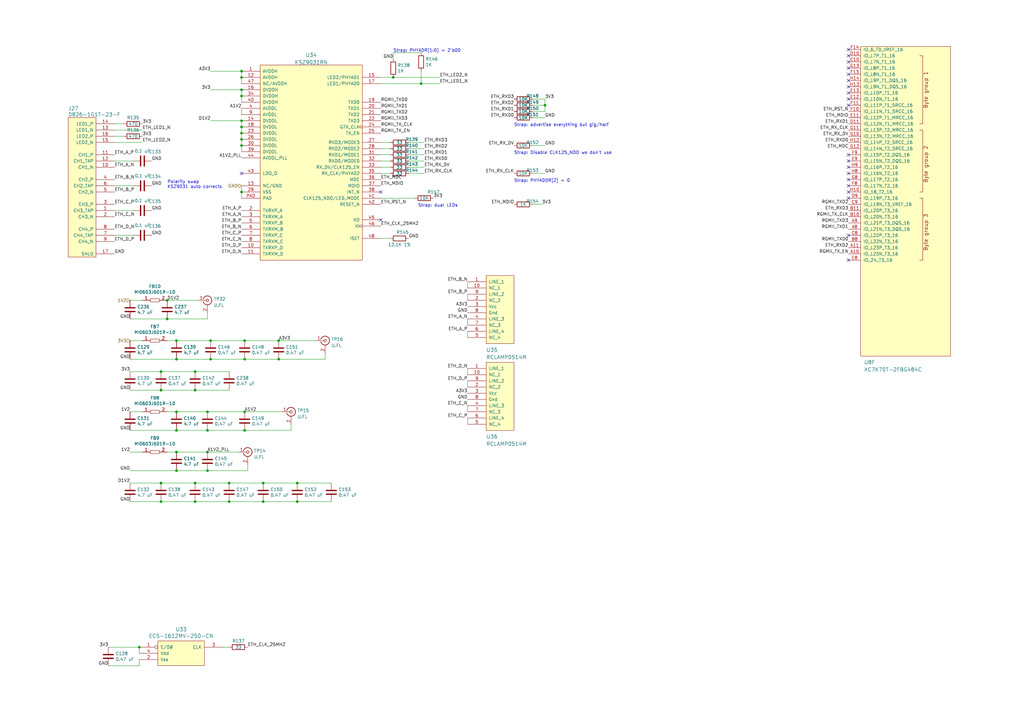
<source format=kicad_sch>
(kicad_sch (version 20211123) (generator eeschema)
  (paper "A3")
  (title_block (title "Trigger Crossbar") (date "2023-12-25") (rev "0.1") (company "Antikernel Labs") (comment 1 "Andrew D. Zonenberg"))
  (junction (at 121.92 198.12))
  (junction (at 114.3 139.7))
  (junction (at 85.09 193.04))
  (junction (at 107.95 198.12))
  (junction (at 68.58 130.81))
  (junction (at 68.58 123.19))
  (junction (at 99.06 78.74))
  (junction (at 99.06 59.69))
  (junction (at 72.39 147.32))
  (junction (at 86.36 147.32))
  (junction (at 80.01 205.74))
  (junction (at 66.04 198.12))
  (junction (at 72.39 176.53))
  (junction (at 85.09 168.91))
  (junction (at 93.98 198.12))
  (junction (at 66.04 205.74))
  (junction (at 223.52 43.18))
  (junction (at 80.01 160.02))
  (junction (at 99.06 29.21))
  (junction (at 99.06 49.53))
  (junction (at 66.04 152.4))
  (junction (at 100.33 147.32))
  (junction (at 99.06 52.07))
  (junction (at 80.01 198.12))
  (junction (at 161.29 31.75))
  (junction (at 72.39 193.04))
  (junction (at 72.39 139.7))
  (junction (at 121.92 205.74))
  (junction (at 107.95 205.74))
  (junction (at 72.39 168.91))
  (junction (at 85.09 176.53))
  (junction (at 100.33 176.53))
  (junction (at 100.33 168.91))
  (junction (at 99.06 31.75))
  (junction (at 99.06 36.83))
  (junction (at 99.06 57.15))
  (junction (at 99.06 39.37))
  (junction (at 93.98 205.74))
  (junction (at 57.15 265.43))
  (junction (at 80.01 152.4))
  (junction (at 86.36 139.7))
  (junction (at 72.39 185.42))
  (junction (at 66.04 160.02))
  (junction (at 100.33 139.7))
  (junction (at 99.06 54.61))
  (junction (at 172.72 34.29))
  (junction (at 114.3 147.32))
  (junction (at 85.09 185.42))
  (no_connect (at 347.98 66.04))
  (no_connect (at 347.98 20.32))
  (no_connect (at 99.06 71.12))
  (no_connect (at 347.98 25.4))
  (no_connect (at 347.98 40.64))
  (no_connect (at 347.98 71.12))
  (no_connect (at 347.98 35.56))
  (no_connect (at 347.98 38.1))
  (no_connect (at 347.98 33.02))
  (no_connect (at 347.98 81.28))
  (no_connect (at 347.98 76.2))
  (no_connect (at 347.98 78.74))
  (no_connect (at 347.98 27.94))
  (no_connect (at 347.98 30.48))
  (no_connect (at 156.21 90.17))
  (no_connect (at 347.98 96.52))
  (no_connect (at 347.98 73.66))
  (no_connect (at 347.98 106.68))
  (no_connect (at 156.21 78.74))
  (no_connect (at 347.98 68.58))
  (no_connect (at 347.98 43.18))
  (no_connect (at 347.98 22.86))
  (no_connect (at 347.98 63.5))
  (wire (pts (xy 223.52 45.72) (xy 223.52 43.18)))
  (wire (pts (xy 99.06 52.07) (xy 99.06 54.61)))
  (wire (pts (xy 114.3 147.32) (xy 133.35 147.32)))
  (wire (pts (xy 86.36 139.7) (xy 72.39 139.7)))
  (wire (pts (xy 114.3 139.7) (xy 100.33 139.7)))
  (wire (pts (xy 86.36 29.21) (xy 99.06 29.21)))
  (wire (pts (xy 191.77 151.13) (xy 191.77 153.67)))
  (wire (pts (xy 160.02 63.5) (xy 156.21 63.5)))
  (wire (pts (xy 99.06 49.53) (xy 99.06 52.07)))
  (wire (pts (xy 107.95 198.12) (xy 93.98 198.12)))
  (wire (pts (xy 85.09 176.53) (xy 100.33 176.53)))
  (wire (pts (xy 167.64 63.5) (xy 173.99 63.5)))
  (wire (pts (xy 191.77 166.37) (xy 191.77 168.91)))
  (wire (pts (xy 114.3 139.7) (xy 129.54 139.7)))
  (wire (pts (xy 80.01 198.12) (xy 66.04 198.12)))
  (wire (pts (xy 161.29 24.13) (xy 161.29 21.59)))
  (wire (pts (xy 66.04 160.02) (xy 80.01 160.02)))
  (wire (pts (xy 100.33 176.53) (xy 119.38 176.53)))
  (wire (pts (xy 46.99 50.8) (xy 50.8 50.8)))
  (wire (pts (xy 86.36 36.83) (xy 99.06 36.83)))
  (wire (pts (xy 46.99 53.34) (xy 58.42 53.34)))
  (wire (pts (xy 99.06 57.15) (xy 99.06 59.69)))
  (wire (pts (xy 133.35 147.32) (xy 133.35 144.78)))
  (wire (pts (xy 223.52 59.69) (xy 218.44 59.69)))
  (wire (pts (xy 119.38 176.53) (xy 119.38 173.99)))
  (wire (pts (xy 46.99 58.42) (xy 58.42 58.42)))
  (wire (pts (xy 223.52 43.18) (xy 223.52 40.64)))
  (wire (pts (xy 58.42 185.42) (xy 53.34 185.42)))
  (wire (pts (xy 218.44 40.64) (xy 223.52 40.64)))
  (wire (pts (xy 99.06 54.61) (xy 99.06 57.15)))
  (wire (pts (xy 72.39 176.53) (xy 85.09 176.53)))
  (wire (pts (xy 191.77 115.57) (xy 191.77 118.11)))
  (wire (pts (xy 191.77 135.89) (xy 191.77 138.43)))
  (wire (pts (xy 99.06 78.74) (xy 99.06 81.28)))
  (wire (pts (xy 66.04 198.12) (xy 53.34 198.12)))
  (wire (pts (xy 93.98 265.43) (xy 91.44 265.43)))
  (wire (pts (xy 160.02 97.79) (xy 156.21 97.79)))
  (wire (pts (xy 85.09 168.91) (xy 72.39 168.91)))
  (wire (pts (xy 85.09 193.04) (xy 101.6 193.04)))
  (wire (pts (xy 54.61 76.2) (xy 46.99 76.2)))
  (wire (pts (xy 173.99 60.96) (xy 167.64 60.96)))
  (wire (pts (xy 156.21 31.75) (xy 161.29 31.75)))
  (wire (pts (xy 191.77 156.21) (xy 191.77 158.75)))
  (wire (pts (xy 223.52 71.12) (xy 218.44 71.12)))
  (wire (pts (xy 107.95 205.74) (xy 121.92 205.74)))
  (wire (pts (xy 99.06 76.2) (xy 99.06 78.74)))
  (wire (pts (xy 68.58 139.7) (xy 72.39 139.7)))
  (wire (pts (xy 53.34 152.4) (xy 66.04 152.4)))
  (wire (pts (xy 101.6 193.04) (xy 101.6 190.5)))
  (wire (pts (xy 66.04 205.74) (xy 80.01 205.74)))
  (wire (pts (xy 99.06 44.45) (xy 99.06 46.99)))
  (wire (pts (xy 223.52 48.26) (xy 218.44 48.26)))
  (wire (pts (xy 161.29 21.59) (xy 172.72 21.59)))
  (wire (pts (xy 72.39 168.91) (xy 68.58 168.91)))
  (wire (pts (xy 160.02 71.12) (xy 156.21 71.12)))
  (wire (pts (xy 100.33 139.7) (xy 86.36 139.7)))
  (wire (pts (xy 135.89 198.12) (xy 121.92 198.12)))
  (wire (pts (xy 54.61 96.52) (xy 46.99 96.52)))
  (wire (pts (xy 44.45 273.05) (xy 57.15 273.05)))
  (wire (pts (xy 53.34 130.81) (xy 68.58 130.81)))
  (wire (pts (xy 72.39 147.32) (xy 86.36 147.32)))
  (wire (pts (xy 191.77 130.81) (xy 191.77 133.35)))
  (wire (pts (xy 121.92 205.74) (xy 135.89 205.74)))
  (wire (pts (xy 85.09 130.81) (xy 85.09 128.27)))
  (wire (pts (xy 66.04 152.4) (xy 80.01 152.4)))
  (wire (pts (xy 44.45 265.43) (xy 57.15 265.43)))
  (wire (pts (xy 172.72 34.29) (xy 156.21 34.29)))
  (wire (pts (xy 160.02 60.96) (xy 156.21 60.96)))
  (wire (pts (xy 85.09 185.42) (xy 72.39 185.42)))
  (wire (pts (xy 85.09 185.42) (xy 97.79 185.42)))
  (wire (pts (xy 58.42 139.7) (xy 53.34 139.7)))
  (wire (pts (xy 99.06 59.69) (xy 99.06 62.23)))
  (wire (pts (xy 160.02 68.58) (xy 156.21 68.58)))
  (wire (pts (xy 53.34 147.32) (xy 72.39 147.32)))
  (wire (pts (xy 50.8 55.88) (xy 46.99 55.88)))
  (wire (pts (xy 180.34 31.75) (xy 161.29 31.75)))
  (wire (pts (xy 172.72 34.29) (xy 180.34 34.29)))
  (wire (pts (xy 218.44 45.72) (xy 223.52 45.72)))
  (wire (pts (xy 57.15 265.43) (xy 57.15 267.97)))
  (wire (pts (xy 99.06 39.37) (xy 99.06 41.91)))
  (wire (pts (xy 86.36 147.32) (xy 100.33 147.32)))
  (wire (pts (xy 173.99 71.12) (xy 167.64 71.12)))
  (wire (pts (xy 191.77 171.45) (xy 191.77 173.99)))
  (wire (pts (xy 68.58 123.19) (xy 81.28 123.19)))
  (wire (pts (xy 58.42 168.91) (xy 53.34 168.91)))
  (wire (pts (xy 191.77 120.65) (xy 191.77 123.19)))
  (wire (pts (xy 170.18 81.28) (xy 156.21 81.28)))
  (wire (pts (xy 53.34 176.53) (xy 72.39 176.53)))
  (wire (pts (xy 160.02 58.42) (xy 156.21 58.42)))
  (wire (pts (xy 93.98 198.12) (xy 80.01 198.12)))
  (wire (pts (xy 80.01 160.02) (xy 93.98 160.02)))
  (wire (pts (xy 99.06 29.21) (xy 99.06 31.75)))
  (wire (pts (xy 167.64 68.58) (xy 173.99 68.58)))
  (wire (pts (xy 100.33 168.91) (xy 115.57 168.91)))
  (wire (pts (xy 173.99 66.04) (xy 167.64 66.04)))
  (wire (pts (xy 172.72 29.21) (xy 172.72 34.29)))
  (wire (pts (xy 222.25 83.82) (xy 218.44 83.82)))
  (wire (pts (xy 99.06 31.75) (xy 99.06 34.29)))
  (wire (pts (xy 167.64 58.42) (xy 173.99 58.42)))
  (wire (pts (xy 53.34 193.04) (xy 72.39 193.04)))
  (wire (pts (xy 46.99 86.36) (xy 54.61 86.36)))
  (wire (pts (xy 80.01 152.4) (xy 93.98 152.4)))
  (wire (pts (xy 54.61 66.04) (xy 46.99 66.04)))
  (wire (pts (xy 100.33 147.32) (xy 114.3 147.32)))
  (wire (pts (xy 53.34 123.19) (xy 58.42 123.19)))
  (wire (pts (xy 99.06 36.83) (xy 99.06 39.37)))
  (wire (pts (xy 93.98 205.74) (xy 107.95 205.74)))
  (wire (pts (xy 72.39 193.04) (xy 85.09 193.04)))
  (wire (pts (xy 53.34 160.02) (xy 66.04 160.02)))
  (wire (pts (xy 57.15 273.05) (xy 57.15 270.51)))
  (wire (pts (xy 121.92 198.12) (xy 107.95 198.12)))
  (wire (pts (xy 100.33 168.91) (xy 85.09 168.91)))
  (wire (pts (xy 72.39 185.42) (xy 68.58 185.42)))
  (wire (pts (xy 68.58 130.81) (xy 85.09 130.81)))
  (wire (pts (xy 218.44 43.18) (xy 223.52 43.18)))
  (wire (pts (xy 160.02 66.04) (xy 156.21 66.04)))
  (wire (pts (xy 53.34 205.74) (xy 66.04 205.74)))
  (wire (pts (xy 86.36 49.53) (xy 99.06 49.53)))
  (wire (pts (xy 80.01 205.74) (xy 93.98 205.74)))
  (text "Polarity swap\nKSZ9031 auto corrects" (at 68.58 77.47 0) (effects (font (size 1.27 1.27)) (justify left bottom)))
  (text "Strap: PHYADR[1:0] = 2'b00" (at 161.29 21.59 0) (effects (font (size 1.27 1.27)) (justify left bottom)))
  (text "Strap: PHYADDR[2] = 0" (at 210.82 74.93 0) (effects (font (size 1.27 1.27)) (justify left bottom)))
  (text "Strap: advertise everything but gig/half" (at 210.82 52.07 0) (effects (font (size 1.27 1.27)) (justify left bottom)))
  (text "Strap: dual LEDs" (at 171.45 85.09 0) (effects (font (size 1.27 1.27)) (justify left bottom)))
  (text "Strap: Disable CLK125_NDO we don't use" (at 210.82 63.5 0) (effects (font (size 1.27 1.27)) (justify left bottom)))
  (label "3V3" (at 44.45 265.43 180))
  (label "3V3" (at 222.25 83.82 0))
  (label "GND" (at 53.34 176.53 180))
  (label "ETH_LED2_N" (at 180.34 31.75 0))
  (label "RGMII_TXD3" (at 347.98 91.44 180))
  (label "3V3" (at 58.42 55.88 0))
  (label "ETH_MDC" (at 156.21 73.66 0))
  (label "ETH_D_P" (at 46.99 99.06 0))
  (label "A1V2" (at 99.06 44.45 180))
  (label "1V2" (at 53.34 185.42 180))
  (label "3V3" (at 53.34 152.4 180))
  (label "ETH_B_N" (at 46.99 73.66 0))
  (label "RGMII_TX_EN" (at 347.98 104.14 180))
  (label "ETH_RXD1" (at 210.82 45.72 180))
  (label "GND" (at 53.34 160.02 180))
  (label "GND" (at 223.52 48.26 0))
  (label "ETH_C_P" (at 46.99 83.82 0))
  (label "GND" (at 191.77 128.27 180))
  (label "RGMII_TXD1" (at 347.98 93.98 180))
  (label "ETH_C_P" (at 191.77 171.45 180))
  (label "3V3" (at 223.52 40.64 0))
  (label "GND" (at 223.52 59.69 0))
  (label "ETH_A_N" (at 46.99 68.58 0))
  (label "ETH_RXD1" (at 173.99 63.5 0))
  (label "ETH_A_P" (at 99.06 86.36 180))
  (label "ETH_B_P" (at 99.06 91.44 180))
  (label "RGMII_TXD3" (at 156.21 49.53 0))
  (label "A3V3" (at 114.3 139.7 0))
  (label "ETH_RST_N" (at 156.21 83.82 0))
  (label "ETH_A_P" (at 46.99 63.5 0))
  (label "A1V2_PLL" (at 85.09 185.42 0))
  (label "ETH_D_P" (at 99.06 101.6 180))
  (label "GND" (at 44.45 273.05 180))
  (label "GND" (at 53.34 193.04 180))
  (label "ETH_A_N" (at 99.06 88.9 180))
  (label "A1V2_PLL" (at 99.06 64.77 180))
  (label "ETH_A_N" (at 191.77 130.81 180))
  (label "ETH_C_N" (at 99.06 99.06 180))
  (label "GND" (at 167.64 97.79 0))
  (label "ETH_D_P" (at 191.77 156.21 180))
  (label "ETH_RXD3" (at 210.82 40.64 180))
  (label "ETH_RX_CLK" (at 173.99 71.12 0))
  (label "D1V2" (at 86.36 49.53 180))
  (label "RGMII_TX_CLK" (at 156.21 52.07 0))
  (label "RGMII_TX_EN" (at 156.21 54.61 0))
  (label "ETH_RXD1" (at 347.98 50.8 180))
  (label "ETH_B_P" (at 46.99 78.74 0))
  (label "ETH_D_N" (at 46.99 93.98 0))
  (label "ETH_C_N" (at 191.77 166.37 180))
  (label "ETH_B_P" (at 191.77 120.65 180))
  (label "GND" (at 62.23 76.2 0))
  (label "D1V2" (at 53.34 198.12 180))
  (label "1V2" (at 53.34 168.91 180))
  (label "3V3" (at 86.36 36.83 180))
  (label "A3V3" (at 191.77 161.29 180))
  (label "GND" (at 62.23 66.04 0))
  (label "ETH_RXD2" (at 210.82 43.18 180))
  (label "RGMII_TX_CLK" (at 347.98 88.9 180))
  (label "ETH_RXD2" (at 347.98 101.6 180))
  (label "3V3" (at 177.8 81.28 0))
  (label "ETH_CLK_25MHZ" (at 156.21 92.71 0))
  (label "GND" (at 46.99 104.14 0))
  (label "RGMII_TXD0" (at 156.21 41.91 0))
  (label "3V3" (at 58.42 50.8 0))
  (label "ETH_A_P" (at 191.77 135.89 180))
  (label "ETH_RX_CLK" (at 210.82 71.12 180))
  (label "ETH_RXD0" (at 173.99 66.04 0))
  (label "ETH_RX_DV" (at 347.98 55.88 180))
  (label "ETH_RXD3" (at 347.98 86.36 180))
  (label "ETH_MDC" (at 347.98 60.96 180))
  (label "ETH_RXD0" (at 210.82 48.26 180))
  (label "ETH_RXD0" (at 347.98 58.42 180))
  (label "ETH_LED2_N" (at 58.42 58.42 0))
  (label "GND" (at 62.23 96.52 0))
  (label "ETH_RST_N" (at 347.98 45.72 180))
  (label "RGMII_TXD2" (at 347.98 83.82 180))
  (label "ETH_LED1_N" (at 180.34 34.29 0))
  (label "ETH_RXD2" (at 173.99 60.96 0))
  (label "ETH_MDIO" (at 210.82 83.82 180))
  (label "ETH_RX_DV" (at 173.99 68.58 0))
  (label "ETH_D_N" (at 191.77 151.13 180))
  (label "ETH_B_N" (at 99.06 93.98 180))
  (label "ETH_LED1_N" (at 58.42 53.34 0))
  (label "GND" (at 161.29 24.13 180))
  (label "A1V2" (at 100.33 168.91 0))
  (label "ETH_D_N" (at 99.06 104.14 180))
  (label "RGMII_TXD2" (at 156.21 46.99 0))
  (label "GND" (at 53.34 205.74 180))
  (label "D1V2" (at 68.58 123.19 0))
  (label "ETH_MDIO" (at 347.98 48.26 180))
  (label "A3V3" (at 86.36 29.21 180))
  (label "ETH_C_P" (at 99.06 96.52 180))
  (label "GND" (at 191.77 163.83 180))
  (label "ETH_CLK_25MHZ" (at 101.6 265.43 0))
  (label "ETH_B_N" (at 191.77 115.57 180))
  (label "A3V3" (at 191.77 125.73 180))
  (label "RGMII_TXD0" (at 347.98 99.06 180))
  (label "ETH_RX_CLK" (at 347.98 53.34 180))
  (label "ETH_RX_DV" (at 210.82 59.69 180))
  (label "GND" (at 53.34 130.81 180))
  (label "GND" (at 223.52 71.12 0))
  (label "ETH_C_N" (at 46.99 88.9 0))
  (label "GND" (at 62.23 86.36 0))
  (label "GND" (at 53.34 147.32 180))
  (label "RGMII_TXD1" (at 156.21 44.45 0))
  (label "ETH_RXD3" (at 173.99 58.42 0))
  (label "ETH_MDIO" (at 156.21 76.2 0))
  (hierarchical_label "3V3" (shape input) (at 53.34 139.7 180))
  (hierarchical_label "1V2" (shape input) (at 53.34 123.19 180))
  (hierarchical_label "GND" (shape input) (at 99.06 76.2 180))
  (symbol (lib_id "device:C") (at 66.04 156.21 0) (unit 1)
    (property "Reference" "C137" (at 68.961 155.0416 0) (effects (justify left)))
    (property "Value" "0.47 uF" (at 68.961 157.353 0) (effects (justify left)))
    (property "Footprint" "azonenberg_pcb:EIA_0402_CAP_NOSILK" (effects hide))
  )
  (symbol (lib_id "special-azonenberg:RCLAMP0514M") (at 199.39 176.53 0) (unit 1)
    (property "Reference" "U36" (at 199.39 179.07 0) (effects (font (size 1.524 1.524)) (justify left)))
    (property "Value" "RCLAMP0514M" (at 199.39 182.0634 0) (effects (font (size 1.524 1.524)) (justify left)))
    (property "Footprint" "azonenberg_pcb:SOP_10_0.5MM_3MM" (effects hide))
  )
  (symbol (lib_id "device:R") (at 173.99 81.28 270) (unit 1)
    (property "Reference" "R147" (at 177.8 78.74 90))
    (property "Value" "10K" (at 173.99 81.28 90))
    (property "Footprint" "azonenberg_pcb:EIA_0402_RES_NOSILK" (effects hide))
  )
  (symbol (lib_id "device:R") (at 214.63 40.64 270) (unit 1)
    (property "Reference" "R148" (at 218.44 39.37 90))
    (property "Value" "10K" (at 214.63 40.64 90))
    (property "Footprint" "azonenberg_pcb:EIA_0402_RES_NOSILK" (effects hide))
  )
  (symbol (lib_id "device:R") (at 163.83 60.96 270) (unit 1)
    (property "Reference" "R140" (at 168.91 59.69 90))
    (property "Value" "33" (at 163.83 60.96 90))
    (property "Footprint" "azonenberg_pcb:EIA_0402_RES_NOSILK" (effects hide))
  )
  (symbol (lib_id "device:R") (at 172.72 25.4 0) (unit 1)
    (property "Reference" "R146" (at 174.498 24.2316 0) (effects (justify left)))
    (property "Value" "1K" (at 174.498 26.543 0) (effects (justify left)))
    (property "Footprint" "azonenberg_pcb:EIA_0402_RES_NOSILK" (effects hide))
  )
  (symbol (lib_id "device:R") (at 214.63 48.26 270) (unit 1)
    (property "Reference" "R151" (at 218.44 46.99 90))
    (property "Value" "10K" (at 214.63 48.26 90))
    (property "Footprint" "azonenberg_pcb:EIA_0402_RES_NOSILK" (effects hide))
  )
  (symbol (lib_id "device:R") (at 163.83 97.79 270) (unit 1)
    (property "Reference" "R145" (at 165.1 95.25 90))
    (property "Value" "12.1K 1%" (at 163.83 100.33 90))
    (property "Footprint" "azonenberg_pcb:EIA_0402_RES_NOSILK" (effects hide))
  )
  (symbol (lib_id "device:C") (at 58.42 66.04 270) (unit 1)
    (property "Reference" "C133" (at 63.5 62.23 90))
    (property "Value" "0.1 uF" (at 58.42 61.9506 90))
    (property "Footprint" "azonenberg_pcb:EIA_0402_CAP_NOSILK" (effects hide))
  )
  (symbol (lib_id "passive-azonenberg:FERRITE_SMALL2") (at 63.5 123.19 0) (unit 1)
    (property "Reference" "FB10" (at 63.5 117.475 0))
    (property "Value" "MI0603J601R-10" (at 63.5 119.7864 0))
    (property "Footprint" "azonenberg_pcb:EIA_0603_INDUCTOR_NOSILK" (effects hide))
  )
  (symbol (lib_id "device:C") (at 100.33 143.51 0) (unit 1)
    (property "Reference" "C148" (at 103.251 142.3416 0) (effects (justify left)))
    (property "Value" "0.47 uF" (at 103.251 144.653 0) (effects (justify left)))
    (property "Footprint" "azonenberg_pcb:EIA_0402_CAP_NOSILK" (effects hide))
  )
  (symbol (lib_id "passive-azonenberg:FERRITE_SMALL2") (at 63.5 185.42 0) (unit 1)
    (property "Reference" "FB9" (at 63.5 179.705 0))
    (property "Value" "MI0603J601R-10" (at 63.5 182.0164 0))
    (property "Footprint" "azonenberg_pcb:EIA_0603_INDUCTOR_NOSILK" (effects hide))
  )
  (symbol (lib_id "device:R") (at 163.83 58.42 270) (unit 1)
    (property "Reference" "R139" (at 168.91 57.15 90))
    (property "Value" "33" (at 163.83 58.42 90))
    (property "Footprint" "azonenberg_pcb:EIA_0402_RES_NOSILK" (effects hide))
  )
  (symbol (lib_id "special-azonenberg:BEL_FUSE_0826-1G1T-23-F") (at 39.37 101.6 0) (mirror y) (unit 1)
    (property "Reference" "J27" (at 27.94 44.45 0) (effects (font (size 1.524 1.524)) (justify right)))
    (property "Value" "0826-1G1T-23-F" (at 27.94 46.99 0) (effects (font (size 1.524 1.524)) (justify right)))
    (property "Footprint" "azonenberg_pcb:CONN_BELFUSE_0826_1G1T_23_F" (effects hide))
  )
  (symbol (lib_id "device:C") (at 53.34 172.72 0) (unit 1)
    (property "Reference" "C131" (at 56.261 171.5516 0) (effects (justify left)))
    (property "Value" "4.7 uF" (at 56.261 173.863 0) (effects (justify left)))
    (property "Footprint" "azonenberg_pcb:EIA_0603_CAP_NOSILK" (effects hide))
  )
  (symbol (lib_id "device:C") (at 53.34 201.93 0) (unit 1)
    (property "Reference" "C132" (at 56.261 200.7616 0) (effects (justify left)))
    (property "Value" "4.7 uF" (at 56.261 203.073 0) (effects (justify left)))
    (property "Footprint" "azonenberg_pcb:EIA_0603_CAP_NOSILK" (effects hide))
  )
  (symbol (lib_id "special-azonenberg:RCLAMP0514M") (at 199.39 140.97 0) (unit 1)
    (property "Reference" "U35" (at 199.39 143.51 0) (effects (font (size 1.524 1.524)) (justify left)))
    (property "Value" "RCLAMP0514M" (at 199.39 146.5034 0) (effects (font (size 1.524 1.524)) (justify left)))
    (property "Footprint" "azonenberg_pcb:SOP_10_0.5MM_3MM" (effects hide))
  )
  (symbol (lib_id "device:C") (at 72.39 189.23 0) (unit 1)
    (property "Reference" "C141" (at 75.311 188.0616 0) (effects (justify left)))
    (property "Value" "4.7 uF" (at 75.311 190.373 0) (effects (justify left)))
    (property "Footprint" "azonenberg_pcb:EIA_0603_CAP_NOSILK" (effects hide))
  )
  (symbol (lib_id "device:C") (at 85.09 189.23 0) (unit 1)
    (property "Reference" "C145" (at 88.011 188.0616 0) (effects (justify left)))
    (property "Value" "0.47 uF" (at 88.011 190.373 0) (effects (justify left)))
    (property "Footprint" "azonenberg_pcb:EIA_0402_CAP_NOSILK" (effects hide))
  )
  (symbol (lib_id "conn:CONN_COAXIAL") (at 133.35 139.7 0) (unit 1)
    (property "Reference" "TP16" (at 135.8901 139.1585 0) (effects (justify left)))
    (property "Value" "U.FL" (at 135.8901 141.6954 0) (effects (justify left)))
    (property "Footprint" "azonenberg_pcb:CONN_U.FL_TE_1909763-1" (effects hide))
  )
  (symbol (lib_id "device:C") (at 58.42 76.2 270) (unit 1)
    (property "Reference" "C134" (at 63.5 72.39 90))
    (property "Value" "0.1 uF" (at 58.42 72.1106 90))
    (property "Footprint" "azonenberg_pcb:EIA_0402_CAP_NOSILK" (effects hide))
  )
  (symbol (lib_id "device:C") (at 86.36 143.51 0) (unit 1)
    (property "Reference" "C146" (at 89.281 142.3416 0) (effects (justify left)))
    (property "Value" "0.47 uF" (at 89.281 144.653 0) (effects (justify left)))
    (property "Footprint" "azonenberg_pcb:EIA_0402_CAP_NOSILK" (effects hide))
  )
  (symbol (lib_id "device:C") (at 44.45 269.24 0) (unit 1)
    (property "Reference" "C128" (at 47.371 268.0716 0) (effects (justify left)))
    (property "Value" "0.47 uF" (at 47.371 270.383 0) (effects (justify left)))
    (property "Footprint" "azonenberg_pcb:EIA_0402_CAP_NOSILK" (effects hide))
  )
  (symbol (lib_id "device:C") (at 58.42 96.52 270) (unit 1)
    (property "Reference" "C136" (at 63.5 92.71 90))
    (property "Value" "0.1 uF" (at 58.42 92.4306 90))
    (property "Footprint" "azonenberg_pcb:EIA_0402_CAP_NOSILK" (effects hide))
  )
  (symbol (lib_id "conn:CONN_COAXIAL") (at 85.09 123.19 0) (unit 1)
    (property "Reference" "TP32" (at 87.6301 122.6485 0) (effects (justify left)))
    (property "Value" "U.FL" (at 87.6301 125.1854 0) (effects (justify left)))
    (property "Footprint" "azonenberg_pcb:CONN_U.FL_TE_1909763-1" (effects hide))
  )
  (symbol (lib_id "device:C") (at 53.34 127 0) (unit 1)
    (property "Reference" "C236" (at 56.261 125.8316 0) (effects (justify left)))
    (property "Value" "4.7 uF" (at 56.261 128.143 0) (effects (justify left)))
    (property "Footprint" "azonenberg_pcb:EIA_0603_CAP_NOSILK" (effects hide))
  )
  (symbol (lib_id "special-azonenberg:KSZ9031RN") (at 106.68 106.68 0) (unit 1)
    (property "Reference" "U34" (at 127.635 22.5859 0) (effects (font (size 1.524 1.524))))
    (property "Value" "KSZ9031RN" (at 127.635 25.5793 0) (effects (font (size 1.524 1.524))))
    (property "Footprint" "azonenberg_pcb:QFN_48_0.5MM_7x7MM" (effects hide))
  )
  (symbol (lib_id "device:C") (at 114.3 143.51 0) (unit 1)
    (property "Reference" "C151" (at 117.221 142.3416 0) (effects (justify left)))
    (property "Value" "0.47 uF" (at 117.221 144.653 0) (effects (justify left)))
    (property "Footprint" "azonenberg_pcb:EIA_0402_CAP_NOSILK" (effects hide))
  )
  (symbol (lib_id "device:C") (at 80.01 201.93 0) (unit 1)
    (property "Reference" "C143" (at 82.931 200.7616 0) (effects (justify left)))
    (property "Value" "0.47 uF" (at 82.931 203.073 0) (effects (justify left)))
    (property "Footprint" "azonenberg_pcb:EIA_0402_CAP_NOSILK" (effects hide))
  )
  (symbol (lib_id "passive-azonenberg:FERRITE_SMALL2") (at 63.5 139.7 0) (unit 1)
    (property "Reference" "FB7" (at 63.5 133.985 0))
    (property "Value" "MI0603J601R-10" (at 63.5 136.2964 0))
    (property "Footprint" "azonenberg_pcb:EIA_0603_INDUCTOR_NOSILK" (effects hide))
  )
  (symbol (lib_id "device:R") (at 54.61 50.8 270) (unit 1)
    (property "Reference" "R135" (at 54.61 48.26 90))
    (property "Value" "470" (at 54.61 50.8 90))
    (property "Footprint" "azonenberg_pcb:EIA_0402_RES_NOSILK" (effects hide))
  )
  (symbol (lib_id "device:C") (at 72.39 172.72 0) (unit 1)
    (property "Reference" "C140" (at 75.311 171.5516 0) (effects (justify left)))
    (property "Value" "4.7 uF" (at 75.311 173.863 0) (effects (justify left)))
    (property "Footprint" "azonenberg_pcb:EIA_0603_CAP_NOSILK" (effects hide))
  )
  (symbol (lib_id "device:C") (at 53.34 143.51 0) (unit 1)
    (property "Reference" "C129" (at 56.261 142.3416 0) (effects (justify left)))
    (property "Value" "4.7 uF" (at 56.261 144.653 0) (effects (justify left)))
    (property "Footprint" "azonenberg_pcb:EIA_0603_CAP_NOSILK" (effects hide))
  )
  (symbol (lib_id "device:R") (at 214.63 71.12 270) (unit 1)
    (property "Reference" "R153" (at 218.44 69.85 90))
    (property "Value" "10K" (at 214.63 71.12 90))
    (property "Footprint" "azonenberg_pcb:EIA_0402_RES_NOSILK" (effects hide))
  )
  (symbol (lib_id "device:C") (at 121.92 201.93 0) (unit 1)
    (property "Reference" "C152" (at 124.841 200.7616 0) (effects (justify left)))
    (property "Value" "0.47 uF" (at 124.841 203.073 0) (effects (justify left)))
    (property "Footprint" "azonenberg_pcb:EIA_0402_CAP_NOSILK" (effects hide))
  )
  (symbol (lib_id "device:R") (at 161.29 27.94 0) (unit 1)
    (property "Reference" "R138" (at 163.068 26.7716 0) (effects (justify left)))
    (property "Value" "1K" (at 163.068 29.083 0) (effects (justify left)))
    (property "Footprint" "azonenberg_pcb:EIA_0402_RES_NOSILK" (effects hide))
  )
  (symbol (lib_id "conn:CONN_COAXIAL") (at 119.38 168.91 0) (unit 1)
    (property "Reference" "TP15" (at 121.9201 168.3685 0) (effects (justify left)))
    (property "Value" "U.FL" (at 121.9201 170.9054 0) (effects (justify left)))
    (property "Footprint" "azonenberg_pcb:CONN_U.FL_TE_1909763-1" (effects hide))
  )
  (symbol (lib_id "device:C") (at 93.98 156.21 0) (unit 1)
    (property "Reference" "C238" (at 96.901 155.0416 0) (effects (justify left)))
    (property "Value" "0.47 uF" (at 96.901 157.353 0) (effects (justify left)))
    (property "Footprint" "azonenberg_pcb:EIA_0402_CAP_NOSILK" (effects hide))
  )
  (symbol (lib_id "device:R") (at 214.63 43.18 270) (unit 1)
    (property "Reference" "R149" (at 218.44 41.91 90))
    (property "Value" "10K" (at 214.63 43.18 90))
    (property "Footprint" "azonenberg_pcb:EIA_0402_RES_NOSILK" (effects hide))
  )
  (symbol (lib_id "device:R") (at 163.83 68.58 270) (unit 1)
    (property "Reference" "R143" (at 168.91 67.31 90))
    (property "Value" "33" (at 163.83 68.58 90))
    (property "Footprint" "azonenberg_pcb:EIA_0402_RES_NOSILK" (effects hide))
  )
  (symbol (lib_id "device:C") (at 80.01 156.21 0) (unit 1)
    (property "Reference" "C142" (at 82.931 155.0416 0) (effects (justify left)))
    (property "Value" "0.47 uF" (at 82.931 157.353 0) (effects (justify left)))
    (property "Footprint" "azonenberg_pcb:EIA_0402_CAP_NOSILK" (effects hide))
  )
  (symbol (lib_id "device:C") (at 135.89 201.93 0) (unit 1)
    (property "Reference" "C153" (at 138.811 200.7616 0) (effects (justify left)))
    (property "Value" "0.47 uF" (at 138.811 203.073 0) (effects (justify left)))
    (property "Footprint" "azonenberg_pcb:EIA_0402_CAP_NOSILK" (effects hide))
  )
  (symbol (lib_id "device:R") (at 54.61 55.88 270) (unit 1)
    (property "Reference" "R136" (at 54.61 53.34 90))
    (property "Value" "470" (at 54.61 55.88 90))
    (property "Footprint" "azonenberg_pcb:EIA_0402_RES_NOSILK" (effects hide))
  )
  (symbol (lib_id "device:C") (at 72.39 143.51 0) (unit 1)
    (property "Reference" "C139" (at 75.311 142.3416 0) (effects (justify left)))
    (property "Value" "4.7 uF" (at 75.311 144.653 0) (effects (justify left)))
    (property "Footprint" "azonenberg_pcb:EIA_0603_CAP_NOSILK" (effects hide))
  )
  (symbol (lib_id "device:C") (at 53.34 156.21 0) (unit 1)
    (property "Reference" "C130" (at 56.261 155.0416 0) (effects (justify left)))
    (property "Value" "4.7 uF" (at 56.261 157.353 0) (effects (justify left)))
    (property "Footprint" "azonenberg_pcb:EIA_0603_CAP_NOSILK" (effects hide))
  )
  (symbol (lib_id "device:R") (at 163.83 66.04 270) (unit 1)
    (property "Reference" "R142" (at 168.91 64.77 90))
    (property "Value" "33" (at 163.83 66.04 90))
    (property "Footprint" "azonenberg_pcb:EIA_0402_RES_NOSILK" (effects hide))
  )
  (symbol (lib_id "device:C") (at 100.33 172.72 0) (unit 1)
    (property "Reference" "C149" (at 103.251 171.5516 0) (effects (justify left)))
    (property "Value" "0.47 uF" (at 103.251 173.863 0) (effects (justify left)))
    (property "Footprint" "azonenberg_pcb:EIA_0402_CAP_NOSILK" (effects hide))
  )
  (symbol (lib_id "device:C") (at 85.09 172.72 0) (unit 1)
    (property "Reference" "C144" (at 88.011 171.5516 0) (effects (justify left)))
    (property "Value" "0.47 uF" (at 88.011 173.863 0) (effects (justify left)))
    (property "Footprint" "azonenberg_pcb:EIA_0402_CAP_NOSILK" (effects hide))
  )
  (symbol (lib_id "xilinx-azonenberg:XC7KxT-FBG484") (at 353.06 144.78 0) (unit 6)
    (property "Reference" "U8" (at 354.33 148.59 0) (effects (font (size 1.524 1.524)) (justify left)))
    (property "Value" "XC7K70T-2FBG484C" (at 354.33 151.5834 0) (effects (font (size 1.524 1.524)) (justify left)))
    (property "Footprint" "azonenberg_pcb:BGA_484_22x22_FULLARRAY_1MM" (effects hide))
  )
  (symbol (lib_id "device:R") (at 214.63 45.72 270) (unit 1)
    (property "Reference" "R150" (at 218.44 44.45 90))
    (property "Value" "10K" (at 214.63 45.72 90))
    (property "Footprint" "azonenberg_pcb:EIA_0402_RES_NOSILK" (effects hide))
  )
  (symbol (lib_id "device:R") (at 163.83 63.5 270) (unit 1)
    (property "Reference" "R141" (at 168.91 62.23 90))
    (property "Value" "33" (at 163.83 63.5 90))
    (property "Footprint" "azonenberg_pcb:EIA_0402_RES_NOSILK" (effects hide))
  )
  (symbol (lib_id "device:R") (at 97.79 265.43 270) (unit 1)
    (property "Reference" "R137" (at 97.79 262.89 90))
    (property "Value" "33" (at 97.79 265.43 90))
    (property "Footprint" "azonenberg_pcb:EIA_0402_RES_NOSILK" (effects hide))
  )
  (symbol (lib_id "device:C") (at 93.98 201.93 0) (unit 1)
    (property "Reference" "C147" (at 96.901 200.7616 0) (effects (justify left)))
    (property "Value" "0.47 uF" (at 96.901 203.073 0) (effects (justify left)))
    (property "Footprint" "azonenberg_pcb:EIA_0402_CAP_NOSILK" (effects hide))
  )
  (symbol (lib_id "device:C") (at 107.95 201.93 0) (unit 1)
    (property "Reference" "C150" (at 110.871 200.7616 0) (effects (justify left)))
    (property "Value" "0.47 uF" (at 110.871 203.073 0) (effects (justify left)))
    (property "Footprint" "azonenberg_pcb:EIA_0402_CAP_NOSILK" (effects hide))
  )
  (symbol (lib_id "device:C") (at 58.42 86.36 270) (unit 1)
    (property "Reference" "C135" (at 63.5 82.55 90))
    (property "Value" "0.1 uF" (at 58.42 82.2706 90))
    (property "Footprint" "azonenberg_pcb:EIA_0402_CAP_NOSILK" (effects hide))
  )
  (symbol (lib_id "conn:CONN_COAXIAL") (at 101.6 185.42 0) (unit 1)
    (property "Reference" "TP14" (at 104.1401 184.8785 0) (effects (justify left)))
    (property "Value" "U.FL" (at 104.1401 187.4154 0) (effects (justify left)))
    (property "Footprint" "azonenberg_pcb:CONN_U.FL_TE_1909763-1" (effects hide))
  )
  (symbol (lib_id "device:R") (at 163.83 71.12 270) (unit 1)
    (property "Reference" "R144" (at 168.91 69.85 90))
    (property "Value" "33" (at 163.83 71.12 90))
    (property "Footprint" "azonenberg_pcb:EIA_0402_RES_NOSILK" (effects hide))
  )
  (symbol (lib_id "device:C") (at 66.04 201.93 0) (unit 1)
    (property "Reference" "C138" (at 68.961 200.7616 0) (effects (justify left)))
    (property "Value" "0.47 uF" (at 68.961 203.073 0) (effects (justify left)))
    (property "Footprint" "azonenberg_pcb:EIA_0402_CAP_NOSILK" (effects hide))
  )
  (symbol (lib_id "device:R") (at 214.63 83.82 270) (unit 1)
    (property "Reference" "R154" (at 218.44 82.55 90))
    (property "Value" "1K" (at 214.63 83.82 90))
    (property "Footprint" "azonenberg_pcb:EIA_0402_RES_NOSILK" (effects hide))
  )
  (symbol (lib_id "passive-azonenberg:FERRITE_SMALL2") (at 63.5 168.91 0) (unit 1)
    (property "Reference" "FB8" (at 63.5 163.195 0))
    (property "Value" "MI0603J601R-10" (at 63.5 165.5064 0))
    (property "Footprint" "azonenberg_pcb:EIA_0603_INDUCTOR_NOSILK" (effects hide))
  )
  (symbol (lib_id "osc-azonenberg:OSC") (at 74.93 265.43 0) (unit 1)
    (property "Reference" "U33" (at 74.295 258.1402 0) (effects (font (size 1.524 1.524))))
    (property "Value" "ECS-1612MV-250-CN" (at 74.295 260.8326 0) (effects (font (size 1.524 1.524))))
    (property "Footprint" "azonenberg_pcb:OSCILLATOR_1.6x1.2" (effects hide))
  )
  (symbol (lib_id "device:C") (at 68.58 127 0) (unit 1)
    (property "Reference" "C237" (at 71.501 125.8316 0) (effects (justify left)))
    (property "Value" "4.7 uF" (at 71.501 128.143 0) (effects (justify left)))
    (property "Footprint" "azonenberg_pcb:EIA_0603_CAP_NOSILK" (effects hide))
  )
  (symbol (lib_id "device:R") (at 214.63 59.69 270) (unit 1)
    (property "Reference" "R152" (at 218.44 58.42 90))
    (property "Value" "10K" (at 214.63 59.69 90))
    (property "Footprint" "azonenberg_pcb:EIA_0402_RES_NOSILK" (effects hide))
  )
)
</source>
